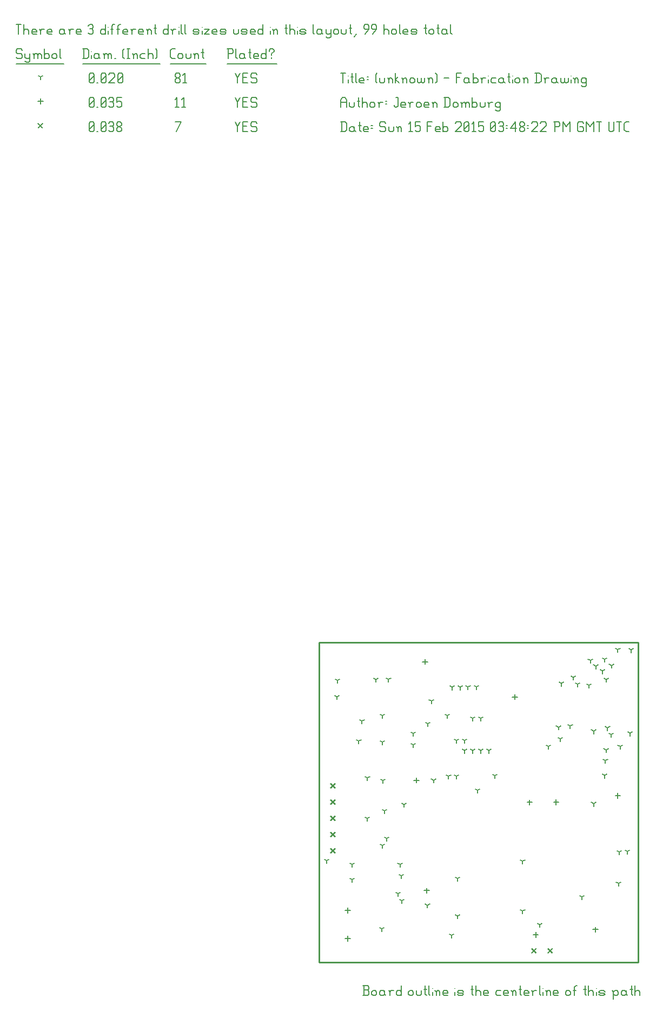
<source format=gbr>
G04 start of page 10 for group -3984 idx -3984 *
G04 Title: (unknown), fab *
G04 Creator: pcb 20140316 *
G04 CreationDate: Sun 15 Feb 2015 03:48:22 PM GMT UTC *
G04 For: jeroen *
G04 Format: Gerber/RS-274X *
G04 PCB-Dimensions (mil): 6000.00 5000.00 *
G04 PCB-Coordinate-Origin: lower left *
%MOIN*%
%FSLAX25Y25*%
%LNFAB*%
%ADD90C,0.0100*%
%ADD89C,0.0075*%
%ADD88C,0.0060*%
%ADD87C,0.0001*%
G54D87*G36*
X317934Y19876D02*X320900Y16910D01*
X320334Y16345D01*
X317368Y19310D01*
X317934Y19876D01*
G37*
G36*
X317368Y16910D02*X320334Y19876D01*
X320900Y19310D01*
X317934Y16345D01*
X317368Y16910D01*
G37*
G36*
X327934Y19876D02*X330900Y16910D01*
X330334Y16345D01*
X327368Y19310D01*
X327934Y19876D01*
G37*
G36*
X327368Y16910D02*X330334Y19876D01*
X330900Y19310D01*
X327934Y16345D01*
X327368Y16910D01*
G37*
G36*
X194076Y81451D02*X197041Y78485D01*
X196476Y77919D01*
X193510Y80885D01*
X194076Y81451D01*
G37*
G36*
X193510Y78485D02*X196476Y81451D01*
X197041Y80885D01*
X194076Y77919D01*
X193510Y78485D01*
G37*
G36*
X194076Y91451D02*X197041Y88485D01*
X196476Y87919D01*
X193510Y90885D01*
X194076Y91451D01*
G37*
G36*
X193510Y88485D02*X196476Y91451D01*
X197041Y90885D01*
X194076Y87919D01*
X193510Y88485D01*
G37*
G36*
X194076Y101451D02*X197041Y98485D01*
X196476Y97919D01*
X193510Y100885D01*
X194076Y101451D01*
G37*
G36*
X193510Y98485D02*X196476Y101451D01*
X197041Y100885D01*
X194076Y97919D01*
X193510Y98485D01*
G37*
G36*
X194076Y111451D02*X197041Y108485D01*
X196476Y107919D01*
X193510Y110885D01*
X194076Y111451D01*
G37*
G36*
X193510Y108485D02*X196476Y111451D01*
X197041Y110885D01*
X194076Y107919D01*
X193510Y108485D01*
G37*
G36*
X194076Y121451D02*X197041Y118485D01*
X196476Y117919D01*
X193510Y120885D01*
X194076Y121451D01*
G37*
G36*
X193510Y118485D02*X196476Y121451D01*
X197041Y120885D01*
X194076Y117919D01*
X193510Y118485D01*
G37*
G36*
X13800Y528016D02*X16766Y525050D01*
X16200Y524484D01*
X13234Y527450D01*
X13800Y528016D01*
G37*
G36*
X13234Y525050D02*X16200Y528016D01*
X16766Y527450D01*
X13800Y524484D01*
X13234Y525050D01*
G37*
G54D88*X135000Y528500D02*X136500Y525500D01*
X138000Y528500D01*
X136500Y525500D02*Y522500D01*
X139800Y525800D02*X142050D01*
X139800Y522500D02*X142800D01*
X139800Y528500D02*Y522500D01*
Y528500D02*X142800D01*
X147600D02*X148350Y527750D01*
X145350Y528500D02*X147600D01*
X144600Y527750D02*X145350Y528500D01*
X144600Y527750D02*Y526250D01*
X145350Y525500D01*
X147600D01*
X148350Y524750D01*
Y523250D01*
X147600Y522500D02*X148350Y523250D01*
X145350Y522500D02*X147600D01*
X144600Y523250D02*X145350Y522500D01*
X98750D02*X101750Y528500D01*
X98000D02*X101750D01*
X45000Y523250D02*X45750Y522500D01*
X45000Y527750D02*Y523250D01*
Y527750D02*X45750Y528500D01*
X47250D01*
X48000Y527750D01*
Y523250D01*
X47250Y522500D02*X48000Y523250D01*
X45750Y522500D02*X47250D01*
X45000Y524000D02*X48000Y527000D01*
X49800Y522500D02*X50550D01*
X52350Y523250D02*X53100Y522500D01*
X52350Y527750D02*Y523250D01*
Y527750D02*X53100Y528500D01*
X54600D01*
X55350Y527750D01*
Y523250D01*
X54600Y522500D02*X55350Y523250D01*
X53100Y522500D02*X54600D01*
X52350Y524000D02*X55350Y527000D01*
X57150Y527750D02*X57900Y528500D01*
X59400D01*
X60150Y527750D01*
X59400Y522500D02*X60150Y523250D01*
X57900Y522500D02*X59400D01*
X57150Y523250D02*X57900Y522500D01*
Y525800D02*X59400D01*
X60150Y527750D02*Y526550D01*
Y525050D02*Y523250D01*
Y525050D02*X59400Y525800D01*
X60150Y526550D02*X59400Y525800D01*
X61950Y523250D02*X62700Y522500D01*
X61950Y524450D02*Y523250D01*
Y524450D02*X63000Y525500D01*
X63900D01*
X64950Y524450D01*
Y523250D01*
X64200Y522500D02*X64950Y523250D01*
X62700Y522500D02*X64200D01*
X61950Y526550D02*X63000Y525500D01*
X61950Y527750D02*Y526550D01*
Y527750D02*X62700Y528500D01*
X64200D01*
X64950Y527750D01*
Y526550D01*
X63900Y525500D02*X64950Y526550D01*
X320276Y29553D02*Y26353D01*
X318676Y27953D02*X321876D01*
X253150Y56718D02*Y53518D01*
X251550Y55118D02*X254750D01*
X357087Y32702D02*Y29502D01*
X355487Y31102D02*X358687D01*
X370866Y115183D02*Y111983D01*
X369266Y113583D02*X372466D01*
X307480Y176009D02*Y172809D01*
X305880Y174409D02*X309080D01*
X246654Y124631D02*Y121431D01*
X245054Y123031D02*X248254D01*
X316535Y111049D02*Y107849D01*
X314935Y109449D02*X318135D01*
X332874Y111246D02*Y108046D01*
X331274Y109646D02*X334474D01*
X252165Y197663D02*Y194463D01*
X250565Y196063D02*X253765D01*
X204331Y27191D02*Y23991D01*
X202731Y25591D02*X205931D01*
X204331Y44513D02*Y41313D01*
X202731Y42913D02*X205931D01*
X15000Y542850D02*Y539650D01*
X13400Y541250D02*X16600D01*
X135000Y543500D02*X136500Y540500D01*
X138000Y543500D01*
X136500Y540500D02*Y537500D01*
X139800Y540800D02*X142050D01*
X139800Y537500D02*X142800D01*
X139800Y543500D02*Y537500D01*
Y543500D02*X142800D01*
X147600D02*X148350Y542750D01*
X145350Y543500D02*X147600D01*
X144600Y542750D02*X145350Y543500D01*
X144600Y542750D02*Y541250D01*
X145350Y540500D01*
X147600D01*
X148350Y539750D01*
Y538250D01*
X147600Y537500D02*X148350Y538250D01*
X145350Y537500D02*X147600D01*
X144600Y538250D02*X145350Y537500D01*
X98000Y542300D02*X99200Y543500D01*
Y537500D01*
X98000D02*X100250D01*
X102050Y542300D02*X103250Y543500D01*
Y537500D01*
X102050D02*X104300D01*
X45000Y538250D02*X45750Y537500D01*
X45000Y542750D02*Y538250D01*
Y542750D02*X45750Y543500D01*
X47250D01*
X48000Y542750D01*
Y538250D01*
X47250Y537500D02*X48000Y538250D01*
X45750Y537500D02*X47250D01*
X45000Y539000D02*X48000Y542000D01*
X49800Y537500D02*X50550D01*
X52350Y538250D02*X53100Y537500D01*
X52350Y542750D02*Y538250D01*
Y542750D02*X53100Y543500D01*
X54600D01*
X55350Y542750D01*
Y538250D01*
X54600Y537500D02*X55350Y538250D01*
X53100Y537500D02*X54600D01*
X52350Y539000D02*X55350Y542000D01*
X57150Y542750D02*X57900Y543500D01*
X59400D01*
X60150Y542750D01*
X59400Y537500D02*X60150Y538250D01*
X57900Y537500D02*X59400D01*
X57150Y538250D02*X57900Y537500D01*
Y540800D02*X59400D01*
X60150Y542750D02*Y541550D01*
Y540050D02*Y538250D01*
Y540050D02*X59400Y540800D01*
X60150Y541550D02*X59400Y540800D01*
X61950Y543500D02*X64950D01*
X61950D02*Y540500D01*
X62700Y541250D01*
X64200D01*
X64950Y540500D01*
Y538250D01*
X64200Y537500D02*X64950Y538250D01*
X62700Y537500D02*X64200D01*
X61950Y538250D02*X62700Y537500D01*
X322638Y34055D02*Y32455D01*
Y34055D02*X324024Y34855D01*
X322638Y34055D02*X321251Y34855D01*
X348819Y51181D02*Y49581D01*
Y51181D02*X350206Y51981D01*
X348819Y51181D02*X347432Y51981D01*
X236614Y71260D02*Y69660D01*
Y71260D02*X238001Y72060D01*
X236614Y71260D02*X235228Y72060D01*
X235433Y53150D02*Y51550D01*
Y53150D02*X236820Y53950D01*
X235433Y53150D02*X234046Y53950D01*
X371260Y59449D02*Y57849D01*
Y59449D02*X372647Y60249D01*
X371260Y59449D02*X369873Y60249D01*
X237402Y64173D02*Y62573D01*
Y64173D02*X238788Y64973D01*
X237402Y64173D02*X236015Y64973D01*
X312205Y73228D02*Y71628D01*
Y73228D02*X313591Y74028D01*
X312205Y73228D02*X310818Y74028D01*
X312205Y42520D02*Y40920D01*
Y42520D02*X313591Y43320D01*
X312205Y42520D02*X310818Y43320D01*
X379134Y203346D02*Y201746D01*
Y203346D02*X380521Y204146D01*
X379134Y203346D02*X377747Y204146D01*
X363583Y141732D02*Y140132D01*
Y141732D02*X364969Y142532D01*
X363583Y141732D02*X362196Y142532D01*
X363780Y185039D02*Y183439D01*
Y185039D02*X365166Y185839D01*
X363780Y185039D02*X362393Y185839D01*
X357283Y193307D02*Y191707D01*
Y193307D02*X358670Y194107D01*
X357283Y193307D02*X355897Y194107D01*
X281299Y141339D02*Y139739D01*
Y141339D02*X282686Y142139D01*
X281299Y141339D02*X279913Y142139D01*
X286417Y141339D02*Y139739D01*
Y141339D02*X287804Y142139D01*
X286417Y141339D02*X285031Y142139D01*
X291339Y141339D02*Y139739D01*
Y141339D02*X292725Y142139D01*
X291339Y141339D02*X289952Y142139D01*
X276378Y147441D02*Y145841D01*
Y147441D02*X277765Y148241D01*
X276378Y147441D02*X274991Y148241D01*
X271457Y147441D02*Y145841D01*
Y147441D02*X272843Y148241D01*
X271457Y147441D02*X270070Y148241D01*
X361417Y190354D02*Y188754D01*
Y190354D02*X362804Y191154D01*
X361417Y190354D02*X360031Y191154D01*
X276378Y141339D02*Y139739D01*
Y141339D02*X277765Y142139D01*
X276378Y141339D02*X274991Y142139D01*
X372244Y143898D02*Y142298D01*
Y143898D02*X373631Y144698D01*
X372244Y143898D02*X370857Y144698D01*
X363189Y135236D02*Y133636D01*
Y135236D02*X364576Y136036D01*
X363189Y135236D02*X361802Y136036D01*
X281496Y161220D02*Y159620D01*
Y161220D02*X282883Y162020D01*
X281496Y161220D02*X280109Y162020D01*
X286417Y161220D02*Y159620D01*
Y161220D02*X287804Y162020D01*
X286417Y161220D02*X285031Y162020D01*
X371654Y78937D02*Y77337D01*
Y78937D02*X373040Y79737D01*
X371654Y78937D02*X370267Y79737D01*
X376772Y79134D02*Y77534D01*
Y79134D02*X378158Y79934D01*
X376772Y79134D02*X375385Y79934D01*
X355906Y108661D02*Y107061D01*
Y108661D02*X357292Y109461D01*
X355906Y108661D02*X354519Y109461D01*
X366732Y151181D02*Y149581D01*
Y151181D02*X368119Y151981D01*
X366732Y151181D02*X365346Y151981D01*
X364567Y155315D02*Y153715D01*
Y155315D02*X365954Y156115D01*
X364567Y155315D02*X363180Y156115D01*
X353150Y181496D02*Y179896D01*
Y181496D02*X354536Y182296D01*
X353150Y181496D02*X351763Y182296D01*
X355906Y153346D02*Y151746D01*
Y153346D02*X357292Y154146D01*
X355906Y153346D02*X354519Y154146D01*
X346063Y182283D02*Y180683D01*
Y182283D02*X347450Y183083D01*
X346063Y182283D02*X344676Y183083D01*
X343504Y186417D02*Y184817D01*
Y186417D02*X344891Y187217D01*
X343504Y186417D02*X342117Y187217D01*
X341535Y156496D02*Y154896D01*
Y156496D02*X342922Y157296D01*
X341535Y156496D02*X340149Y157296D01*
X334252Y155709D02*Y154109D01*
Y155709D02*X335639Y156509D01*
X334252Y155709D02*X332865Y156509D01*
X336024Y182677D02*Y181077D01*
Y182677D02*X337410Y183477D01*
X336024Y182677D02*X334637Y183477D01*
X273819Y180315D02*Y178715D01*
Y180315D02*X275206Y181115D01*
X273819Y180315D02*X272432Y181115D01*
X268701Y180315D02*Y178715D01*
Y180315D02*X270087Y181115D01*
X268701Y180315D02*X267314Y181115D01*
X271457Y125591D02*Y123991D01*
Y125591D02*X272843Y126391D01*
X271457Y125591D02*X270070Y126391D01*
X266535Y125591D02*Y123991D01*
Y125591D02*X267922Y126391D01*
X266535Y125591D02*X265149Y126391D01*
X328150Y143898D02*Y142298D01*
Y143898D02*X329536Y144698D01*
X328150Y143898D02*X326763Y144698D01*
X255906Y171850D02*Y170250D01*
Y171850D02*X257292Y172650D01*
X255906Y171850D02*X254519Y172650D01*
X257283Y123031D02*Y121431D01*
Y123031D02*X258670Y123831D01*
X257283Y123031D02*X255897Y123831D01*
X295079Y125787D02*Y124187D01*
Y125787D02*X296465Y126587D01*
X295079Y125787D02*X293692Y126587D01*
X278543Y180512D02*Y178912D01*
Y180512D02*X279930Y181312D01*
X278543Y180512D02*X277157Y181312D01*
X283661Y180512D02*Y178912D01*
Y180512D02*X285048Y181312D01*
X283661Y180512D02*X282275Y181312D01*
X362795Y125984D02*Y124384D01*
Y125984D02*X364182Y126784D01*
X362795Y125984D02*X361409Y126784D01*
X284449Y116929D02*Y115329D01*
Y116929D02*X285835Y117729D01*
X284449Y116929D02*X283062Y117729D01*
X197638Y174409D02*Y172809D01*
Y174409D02*X199024Y175209D01*
X197638Y174409D02*X196251Y175209D01*
X198031Y184449D02*Y182849D01*
Y184449D02*X199418Y185249D01*
X198031Y184449D02*X196645Y185249D01*
X226181Y122835D02*Y121235D01*
Y122835D02*X227568Y123635D01*
X226181Y122835D02*X224794Y123635D01*
X216339Y99606D02*Y98006D01*
Y99606D02*X217725Y100406D01*
X216339Y99606D02*X214952Y100406D01*
X221654Y185039D02*Y183439D01*
Y185039D02*X223040Y185839D01*
X221654Y185039D02*X220267Y185839D01*
X229528Y185236D02*Y183636D01*
Y185236D02*X230914Y186036D01*
X229528Y185236D02*X228141Y186036D01*
X272047Y39370D02*Y37770D01*
Y39370D02*X273434Y40170D01*
X272047Y39370D02*X270661Y40170D01*
X244685Y144882D02*Y143282D01*
Y144882D02*X246072Y145682D01*
X244685Y144882D02*X243298Y145682D01*
X244685Y151772D02*Y150172D01*
Y151772D02*X246072Y152572D01*
X244685Y151772D02*X243298Y152572D01*
X225787Y146457D02*Y144857D01*
Y146457D02*X227174Y147257D01*
X225787Y146457D02*X224401Y147257D01*
X225787Y162795D02*Y161195D01*
Y162795D02*X227174Y163595D01*
X225787Y162795D02*X224401Y163595D01*
X253740Y157874D02*Y156274D01*
Y157874D02*X255127Y158674D01*
X253740Y157874D02*X252353Y158674D01*
X265748Y162795D02*Y161195D01*
Y162795D02*X267135Y163595D01*
X265748Y162795D02*X264361Y163595D01*
X211220Y147244D02*Y145644D01*
Y147244D02*X212607Y148044D01*
X211220Y147244D02*X209834Y148044D01*
X213189Y159449D02*Y157849D01*
Y159449D02*X214576Y160249D01*
X213189Y159449D02*X211802Y160249D01*
X216535Y124606D02*Y123006D01*
Y124606D02*X217922Y125406D01*
X216535Y124606D02*X215149Y125406D01*
X370866Y203543D02*Y201943D01*
Y203543D02*X372253Y204343D01*
X370866Y203543D02*X369479Y204343D01*
X378346Y151969D02*Y150369D01*
Y151969D02*X379733Y152769D01*
X378346Y151969D02*X376960Y152769D01*
X191339Y73622D02*Y72022D01*
Y73622D02*X192725Y74422D01*
X191339Y73622D02*X189952Y74422D01*
X225394Y31496D02*Y29896D01*
Y31496D02*X226780Y32296D01*
X225394Y31496D02*X224007Y32296D01*
X268504Y27559D02*Y25959D01*
Y27559D02*X269891Y28359D01*
X268504Y27559D02*X267117Y28359D01*
X253543Y46063D02*Y44463D01*
Y46063D02*X254930Y46863D01*
X253543Y46063D02*X252157Y46863D01*
X237795Y48819D02*Y47219D01*
Y48819D02*X239182Y49619D01*
X237795Y48819D02*X236409Y49619D01*
X353937Y196850D02*Y195250D01*
Y196850D02*X355324Y197650D01*
X353937Y196850D02*X352550Y197650D01*
X335433Y148622D02*Y147022D01*
Y148622D02*X336820Y149422D01*
X335433Y148622D02*X334046Y149422D01*
X366929Y193701D02*Y192101D01*
Y193701D02*X368316Y194501D01*
X366929Y193701D02*X365542Y194501D01*
X362795Y197441D02*Y195841D01*
Y197441D02*X364182Y198241D01*
X362795Y197441D02*X361409Y198241D01*
X272047Y62598D02*Y60998D01*
Y62598D02*X273434Y63398D01*
X272047Y62598D02*X270661Y63398D01*
X238976Y108071D02*Y106471D01*
Y108071D02*X240363Y108871D01*
X238976Y108071D02*X237590Y108871D01*
X225787Y82874D02*Y81274D01*
Y82874D02*X227174Y83674D01*
X225787Y82874D02*X224401Y83674D01*
X207087Y71260D02*Y69660D01*
Y71260D02*X208473Y72060D01*
X207087Y71260D02*X205700Y72060D01*
X207087Y61811D02*Y60211D01*
Y61811D02*X208473Y62611D01*
X207087Y61811D02*X205700Y62611D01*
X228346Y87205D02*Y85605D01*
Y87205D02*X229733Y88005D01*
X228346Y87205D02*X226960Y88005D01*
X226969Y104134D02*Y102534D01*
Y104134D02*X228355Y104934D01*
X226969Y104134D02*X225582Y104934D01*
X15000Y556250D02*Y554650D01*
Y556250D02*X16387Y557050D01*
X15000Y556250D02*X13613Y557050D01*
X135000Y558500D02*X136500Y555500D01*
X138000Y558500D01*
X136500Y555500D02*Y552500D01*
X139800Y555800D02*X142050D01*
X139800Y552500D02*X142800D01*
X139800Y558500D02*Y552500D01*
Y558500D02*X142800D01*
X147600D02*X148350Y557750D01*
X145350Y558500D02*X147600D01*
X144600Y557750D02*X145350Y558500D01*
X144600Y557750D02*Y556250D01*
X145350Y555500D01*
X147600D01*
X148350Y554750D01*
Y553250D01*
X147600Y552500D02*X148350Y553250D01*
X145350Y552500D02*X147600D01*
X144600Y553250D02*X145350Y552500D01*
X98000Y553250D02*X98750Y552500D01*
X98000Y554450D02*Y553250D01*
Y554450D02*X99050Y555500D01*
X99950D01*
X101000Y554450D01*
Y553250D01*
X100250Y552500D02*X101000Y553250D01*
X98750Y552500D02*X100250D01*
X98000Y556550D02*X99050Y555500D01*
X98000Y557750D02*Y556550D01*
Y557750D02*X98750Y558500D01*
X100250D01*
X101000Y557750D01*
Y556550D01*
X99950Y555500D02*X101000Y556550D01*
X102800Y557300D02*X104000Y558500D01*
Y552500D01*
X102800D02*X105050D01*
X45000Y553250D02*X45750Y552500D01*
X45000Y557750D02*Y553250D01*
Y557750D02*X45750Y558500D01*
X47250D01*
X48000Y557750D01*
Y553250D01*
X47250Y552500D02*X48000Y553250D01*
X45750Y552500D02*X47250D01*
X45000Y554000D02*X48000Y557000D01*
X49800Y552500D02*X50550D01*
X52350Y553250D02*X53100Y552500D01*
X52350Y557750D02*Y553250D01*
Y557750D02*X53100Y558500D01*
X54600D01*
X55350Y557750D01*
Y553250D01*
X54600Y552500D02*X55350Y553250D01*
X53100Y552500D02*X54600D01*
X52350Y554000D02*X55350Y557000D01*
X57150Y557750D02*X57900Y558500D01*
X60150D01*
X60900Y557750D01*
Y556250D01*
X57150Y552500D02*X60900Y556250D01*
X57150Y552500D02*X60900D01*
X62700Y553250D02*X63450Y552500D01*
X62700Y557750D02*Y553250D01*
Y557750D02*X63450Y558500D01*
X64950D01*
X65700Y557750D01*
Y553250D01*
X64950Y552500D02*X65700Y553250D01*
X63450Y552500D02*X64950D01*
X62700Y554000D02*X65700Y557000D01*
X3000Y573500D02*X3750Y572750D01*
X750Y573500D02*X3000D01*
X0Y572750D02*X750Y573500D01*
X0Y572750D02*Y571250D01*
X750Y570500D01*
X3000D01*
X3750Y569750D01*
Y568250D01*
X3000Y567500D02*X3750Y568250D01*
X750Y567500D02*X3000D01*
X0Y568250D02*X750Y567500D01*
X5550Y570500D02*Y568250D01*
X6300Y567500D01*
X8550Y570500D02*Y566000D01*
X7800Y565250D02*X8550Y566000D01*
X6300Y565250D02*X7800D01*
X5550Y566000D02*X6300Y565250D01*
Y567500D02*X7800D01*
X8550Y568250D01*
X11100Y569750D02*Y567500D01*
Y569750D02*X11850Y570500D01*
X12600D01*
X13350Y569750D01*
Y567500D01*
Y569750D02*X14100Y570500D01*
X14850D01*
X15600Y569750D01*
Y567500D01*
X10350Y570500D02*X11100Y569750D01*
X17400Y573500D02*Y567500D01*
Y568250D02*X18150Y567500D01*
X19650D01*
X20400Y568250D01*
Y569750D02*Y568250D01*
X19650Y570500D02*X20400Y569750D01*
X18150Y570500D02*X19650D01*
X17400Y569750D02*X18150Y570500D01*
X22200Y569750D02*Y568250D01*
Y569750D02*X22950Y570500D01*
X24450D01*
X25200Y569750D01*
Y568250D01*
X24450Y567500D02*X25200Y568250D01*
X22950Y567500D02*X24450D01*
X22200Y568250D02*X22950Y567500D01*
X27000Y573500D02*Y568250D01*
X27750Y567500D01*
X0Y564250D02*X29250D01*
X41750Y573500D02*Y567500D01*
X43700Y573500D02*X44750Y572450D01*
Y568550D01*
X43700Y567500D02*X44750Y568550D01*
X41000Y567500D02*X43700D01*
X41000Y573500D02*X43700D01*
G54D89*X46550Y572000D02*Y571850D01*
G54D88*Y569750D02*Y567500D01*
X50300Y570500D02*X51050Y569750D01*
X48800Y570500D02*X50300D01*
X48050Y569750D02*X48800Y570500D01*
X48050Y569750D02*Y568250D01*
X48800Y567500D01*
X51050Y570500D02*Y568250D01*
X51800Y567500D01*
X48800D02*X50300D01*
X51050Y568250D01*
X54350Y569750D02*Y567500D01*
Y569750D02*X55100Y570500D01*
X55850D01*
X56600Y569750D01*
Y567500D01*
Y569750D02*X57350Y570500D01*
X58100D01*
X58850Y569750D01*
Y567500D01*
X53600Y570500D02*X54350Y569750D01*
X60650Y567500D02*X61400D01*
X65900Y568250D02*X66650Y567500D01*
X65900Y572750D02*X66650Y573500D01*
X65900Y572750D02*Y568250D01*
X68450Y573500D02*X69950D01*
X69200D02*Y567500D01*
X68450D02*X69950D01*
X72500Y569750D02*Y567500D01*
Y569750D02*X73250Y570500D01*
X74000D01*
X74750Y569750D01*
Y567500D01*
X71750Y570500D02*X72500Y569750D01*
X77300Y570500D02*X79550D01*
X76550Y569750D02*X77300Y570500D01*
X76550Y569750D02*Y568250D01*
X77300Y567500D01*
X79550D01*
X81350Y573500D02*Y567500D01*
Y569750D02*X82100Y570500D01*
X83600D01*
X84350Y569750D01*
Y567500D01*
X86150Y573500D02*X86900Y572750D01*
Y568250D01*
X86150Y567500D02*X86900Y568250D01*
X41000Y564250D02*X88700D01*
X96050Y567500D02*X98000D01*
X95000Y568550D02*X96050Y567500D01*
X95000Y572450D02*Y568550D01*
Y572450D02*X96050Y573500D01*
X98000D01*
X99800Y569750D02*Y568250D01*
Y569750D02*X100550Y570500D01*
X102050D01*
X102800Y569750D01*
Y568250D01*
X102050Y567500D02*X102800Y568250D01*
X100550Y567500D02*X102050D01*
X99800Y568250D02*X100550Y567500D01*
X104600Y570500D02*Y568250D01*
X105350Y567500D01*
X106850D01*
X107600Y568250D01*
Y570500D02*Y568250D01*
X110150Y569750D02*Y567500D01*
Y569750D02*X110900Y570500D01*
X111650D01*
X112400Y569750D01*
Y567500D01*
X109400Y570500D02*X110150Y569750D01*
X114950Y573500D02*Y568250D01*
X115700Y567500D01*
X114200Y571250D02*X115700D01*
X95000Y564250D02*X117200D01*
X130750Y573500D02*Y567500D01*
X130000Y573500D02*X133000D01*
X133750Y572750D01*
Y571250D01*
X133000Y570500D02*X133750Y571250D01*
X130750Y570500D02*X133000D01*
X135550Y573500D02*Y568250D01*
X136300Y567500D01*
X140050Y570500D02*X140800Y569750D01*
X138550Y570500D02*X140050D01*
X137800Y569750D02*X138550Y570500D01*
X137800Y569750D02*Y568250D01*
X138550Y567500D01*
X140800Y570500D02*Y568250D01*
X141550Y567500D01*
X138550D02*X140050D01*
X140800Y568250D01*
X144100Y573500D02*Y568250D01*
X144850Y567500D01*
X143350Y571250D02*X144850D01*
X147100Y567500D02*X149350D01*
X146350Y568250D02*X147100Y567500D01*
X146350Y569750D02*Y568250D01*
Y569750D02*X147100Y570500D01*
X148600D01*
X149350Y569750D01*
X146350Y569000D02*X149350D01*
Y569750D02*Y569000D01*
X154150Y573500D02*Y567500D01*
X153400D02*X154150Y568250D01*
X151900Y567500D02*X153400D01*
X151150Y568250D02*X151900Y567500D01*
X151150Y569750D02*Y568250D01*
Y569750D02*X151900Y570500D01*
X153400D01*
X154150Y569750D01*
X157450Y570500D02*Y569750D01*
Y568250D02*Y567500D01*
X155950Y572750D02*Y572000D01*
Y572750D02*X156700Y573500D01*
X158200D01*
X158950Y572750D01*
Y572000D01*
X157450Y570500D02*X158950Y572000D01*
X130000Y564250D02*X160750D01*
X0Y588500D02*X3000D01*
X1500D02*Y582500D01*
X4800Y588500D02*Y582500D01*
Y584750D02*X5550Y585500D01*
X7050D01*
X7800Y584750D01*
Y582500D01*
X10350D02*X12600D01*
X9600Y583250D02*X10350Y582500D01*
X9600Y584750D02*Y583250D01*
Y584750D02*X10350Y585500D01*
X11850D01*
X12600Y584750D01*
X9600Y584000D02*X12600D01*
Y584750D02*Y584000D01*
X15150Y584750D02*Y582500D01*
Y584750D02*X15900Y585500D01*
X17400D01*
X14400D02*X15150Y584750D01*
X19950Y582500D02*X22200D01*
X19200Y583250D02*X19950Y582500D01*
X19200Y584750D02*Y583250D01*
Y584750D02*X19950Y585500D01*
X21450D01*
X22200Y584750D01*
X19200Y584000D02*X22200D01*
Y584750D02*Y584000D01*
X28950Y585500D02*X29700Y584750D01*
X27450Y585500D02*X28950D01*
X26700Y584750D02*X27450Y585500D01*
X26700Y584750D02*Y583250D01*
X27450Y582500D01*
X29700Y585500D02*Y583250D01*
X30450Y582500D01*
X27450D02*X28950D01*
X29700Y583250D01*
X33000Y584750D02*Y582500D01*
Y584750D02*X33750Y585500D01*
X35250D01*
X32250D02*X33000Y584750D01*
X37800Y582500D02*X40050D01*
X37050Y583250D02*X37800Y582500D01*
X37050Y584750D02*Y583250D01*
Y584750D02*X37800Y585500D01*
X39300D01*
X40050Y584750D01*
X37050Y584000D02*X40050D01*
Y584750D02*Y584000D01*
X44550Y587750D02*X45300Y588500D01*
X46800D01*
X47550Y587750D01*
X46800Y582500D02*X47550Y583250D01*
X45300Y582500D02*X46800D01*
X44550Y583250D02*X45300Y582500D01*
Y585800D02*X46800D01*
X47550Y587750D02*Y586550D01*
Y585050D02*Y583250D01*
Y585050D02*X46800Y585800D01*
X47550Y586550D02*X46800Y585800D01*
X55050Y588500D02*Y582500D01*
X54300D02*X55050Y583250D01*
X52800Y582500D02*X54300D01*
X52050Y583250D02*X52800Y582500D01*
X52050Y584750D02*Y583250D01*
Y584750D02*X52800Y585500D01*
X54300D01*
X55050Y584750D01*
G54D89*X56850Y587000D02*Y586850D01*
G54D88*Y584750D02*Y582500D01*
X59100Y587750D02*Y582500D01*
Y587750D02*X59850Y588500D01*
X60600D01*
X58350Y585500D02*X59850D01*
X62850Y587750D02*Y582500D01*
Y587750D02*X63600Y588500D01*
X64350D01*
X62100Y585500D02*X63600D01*
X66600Y582500D02*X68850D01*
X65850Y583250D02*X66600Y582500D01*
X65850Y584750D02*Y583250D01*
Y584750D02*X66600Y585500D01*
X68100D01*
X68850Y584750D01*
X65850Y584000D02*X68850D01*
Y584750D02*Y584000D01*
X71400Y584750D02*Y582500D01*
Y584750D02*X72150Y585500D01*
X73650D01*
X70650D02*X71400Y584750D01*
X76200Y582500D02*X78450D01*
X75450Y583250D02*X76200Y582500D01*
X75450Y584750D02*Y583250D01*
Y584750D02*X76200Y585500D01*
X77700D01*
X78450Y584750D01*
X75450Y584000D02*X78450D01*
Y584750D02*Y584000D01*
X81000Y584750D02*Y582500D01*
Y584750D02*X81750Y585500D01*
X82500D01*
X83250Y584750D01*
Y582500D01*
X80250Y585500D02*X81000Y584750D01*
X85800Y588500D02*Y583250D01*
X86550Y582500D01*
X85050Y586250D02*X86550D01*
X93750Y588500D02*Y582500D01*
X93000D02*X93750Y583250D01*
X91500Y582500D02*X93000D01*
X90750Y583250D02*X91500Y582500D01*
X90750Y584750D02*Y583250D01*
Y584750D02*X91500Y585500D01*
X93000D01*
X93750Y584750D01*
X96300D02*Y582500D01*
Y584750D02*X97050Y585500D01*
X98550D01*
X95550D02*X96300Y584750D01*
G54D89*X100350Y587000D02*Y586850D01*
G54D88*Y584750D02*Y582500D01*
X101850Y588500D02*Y583250D01*
X102600Y582500D01*
X104100Y588500D02*Y583250D01*
X104850Y582500D01*
X109800D02*X112050D01*
X112800Y583250D01*
X112050Y584000D02*X112800Y583250D01*
X109800Y584000D02*X112050D01*
X109050Y584750D02*X109800Y584000D01*
X109050Y584750D02*X109800Y585500D01*
X112050D01*
X112800Y584750D01*
X109050Y583250D02*X109800Y582500D01*
G54D89*X114600Y587000D02*Y586850D01*
G54D88*Y584750D02*Y582500D01*
X116100Y585500D02*X119100D01*
X116100Y582500D02*X119100Y585500D01*
X116100Y582500D02*X119100D01*
X121650D02*X123900D01*
X120900Y583250D02*X121650Y582500D01*
X120900Y584750D02*Y583250D01*
Y584750D02*X121650Y585500D01*
X123150D01*
X123900Y584750D01*
X120900Y584000D02*X123900D01*
Y584750D02*Y584000D01*
X126450Y582500D02*X128700D01*
X129450Y583250D01*
X128700Y584000D02*X129450Y583250D01*
X126450Y584000D02*X128700D01*
X125700Y584750D02*X126450Y584000D01*
X125700Y584750D02*X126450Y585500D01*
X128700D01*
X129450Y584750D01*
X125700Y583250D02*X126450Y582500D01*
X133950Y585500D02*Y583250D01*
X134700Y582500D01*
X136200D01*
X136950Y583250D01*
Y585500D02*Y583250D01*
X139500Y582500D02*X141750D01*
X142500Y583250D01*
X141750Y584000D02*X142500Y583250D01*
X139500Y584000D02*X141750D01*
X138750Y584750D02*X139500Y584000D01*
X138750Y584750D02*X139500Y585500D01*
X141750D01*
X142500Y584750D01*
X138750Y583250D02*X139500Y582500D01*
X145050D02*X147300D01*
X144300Y583250D02*X145050Y582500D01*
X144300Y584750D02*Y583250D01*
Y584750D02*X145050Y585500D01*
X146550D01*
X147300Y584750D01*
X144300Y584000D02*X147300D01*
Y584750D02*Y584000D01*
X152100Y588500D02*Y582500D01*
X151350D02*X152100Y583250D01*
X149850Y582500D02*X151350D01*
X149100Y583250D02*X149850Y582500D01*
X149100Y584750D02*Y583250D01*
Y584750D02*X149850Y585500D01*
X151350D01*
X152100Y584750D01*
G54D89*X156600Y587000D02*Y586850D01*
G54D88*Y584750D02*Y582500D01*
X158850Y584750D02*Y582500D01*
Y584750D02*X159600Y585500D01*
X160350D01*
X161100Y584750D01*
Y582500D01*
X158100Y585500D02*X158850Y584750D01*
X166350Y588500D02*Y583250D01*
X167100Y582500D01*
X165600Y586250D02*X167100D01*
X168600Y588500D02*Y582500D01*
Y584750D02*X169350Y585500D01*
X170850D01*
X171600Y584750D01*
Y582500D01*
G54D89*X173400Y587000D02*Y586850D01*
G54D88*Y584750D02*Y582500D01*
X175650D02*X177900D01*
X178650Y583250D01*
X177900Y584000D02*X178650Y583250D01*
X175650Y584000D02*X177900D01*
X174900Y584750D02*X175650Y584000D01*
X174900Y584750D02*X175650Y585500D01*
X177900D01*
X178650Y584750D01*
X174900Y583250D02*X175650Y582500D01*
X183150Y588500D02*Y583250D01*
X183900Y582500D01*
X187650Y585500D02*X188400Y584750D01*
X186150Y585500D02*X187650D01*
X185400Y584750D02*X186150Y585500D01*
X185400Y584750D02*Y583250D01*
X186150Y582500D01*
X188400Y585500D02*Y583250D01*
X189150Y582500D01*
X186150D02*X187650D01*
X188400Y583250D01*
X190950Y585500D02*Y583250D01*
X191700Y582500D01*
X193950Y585500D02*Y581000D01*
X193200Y580250D02*X193950Y581000D01*
X191700Y580250D02*X193200D01*
X190950Y581000D02*X191700Y580250D01*
Y582500D02*X193200D01*
X193950Y583250D01*
X195750Y584750D02*Y583250D01*
Y584750D02*X196500Y585500D01*
X198000D01*
X198750Y584750D01*
Y583250D01*
X198000Y582500D02*X198750Y583250D01*
X196500Y582500D02*X198000D01*
X195750Y583250D02*X196500Y582500D01*
X200550Y585500D02*Y583250D01*
X201300Y582500D01*
X202800D01*
X203550Y583250D01*
Y585500D02*Y583250D01*
X206100Y588500D02*Y583250D01*
X206850Y582500D01*
X205350Y586250D02*X206850D01*
X208350Y581000D02*X209850Y582500D01*
X215100D02*X217350Y585500D01*
Y587750D02*Y585500D01*
X216600Y588500D02*X217350Y587750D01*
X215100Y588500D02*X216600D01*
X214350Y587750D02*X215100Y588500D01*
X214350Y587750D02*Y586250D01*
X215100Y585500D01*
X217350D01*
X219900Y582500D02*X222150Y585500D01*
Y587750D02*Y585500D01*
X221400Y588500D02*X222150Y587750D01*
X219900Y588500D02*X221400D01*
X219150Y587750D02*X219900Y588500D01*
X219150Y587750D02*Y586250D01*
X219900Y585500D01*
X222150D01*
X226650Y588500D02*Y582500D01*
Y584750D02*X227400Y585500D01*
X228900D01*
X229650Y584750D01*
Y582500D01*
X231450Y584750D02*Y583250D01*
Y584750D02*X232200Y585500D01*
X233700D01*
X234450Y584750D01*
Y583250D01*
X233700Y582500D02*X234450Y583250D01*
X232200Y582500D02*X233700D01*
X231450Y583250D02*X232200Y582500D01*
X236250Y588500D02*Y583250D01*
X237000Y582500D01*
X239250D02*X241500D01*
X238500Y583250D02*X239250Y582500D01*
X238500Y584750D02*Y583250D01*
Y584750D02*X239250Y585500D01*
X240750D01*
X241500Y584750D01*
X238500Y584000D02*X241500D01*
Y584750D02*Y584000D01*
X244050Y582500D02*X246300D01*
X247050Y583250D01*
X246300Y584000D02*X247050Y583250D01*
X244050Y584000D02*X246300D01*
X243300Y584750D02*X244050Y584000D01*
X243300Y584750D02*X244050Y585500D01*
X246300D01*
X247050Y584750D01*
X243300Y583250D02*X244050Y582500D01*
X252300Y588500D02*Y583250D01*
X253050Y582500D01*
X251550Y586250D02*X253050D01*
X254550Y584750D02*Y583250D01*
Y584750D02*X255300Y585500D01*
X256800D01*
X257550Y584750D01*
Y583250D01*
X256800Y582500D02*X257550Y583250D01*
X255300Y582500D02*X256800D01*
X254550Y583250D02*X255300Y582500D01*
X260100Y588500D02*Y583250D01*
X260850Y582500D01*
X259350Y586250D02*X260850D01*
X264600Y585500D02*X265350Y584750D01*
X263100Y585500D02*X264600D01*
X262350Y584750D02*X263100Y585500D01*
X262350Y584750D02*Y583250D01*
X263100Y582500D01*
X265350Y585500D02*Y583250D01*
X266100Y582500D01*
X263100D02*X264600D01*
X265350Y583250D01*
X267900Y588500D02*Y583250D01*
X268650Y582500D01*
G54D90*X383465Y207874D02*X186614D01*
X383465Y11024D02*Y207874D01*
X186614D02*Y11024D01*
X383465D01*
G54D88*X213675Y-9500D02*X216675D01*
X217425Y-8750D01*
Y-6950D02*Y-8750D01*
X216675Y-6200D02*X217425Y-6950D01*
X214425Y-6200D02*X216675D01*
X214425Y-3500D02*Y-9500D01*
X213675Y-3500D02*X216675D01*
X217425Y-4250D01*
Y-5450D01*
X216675Y-6200D02*X217425Y-5450D01*
X219225Y-7250D02*Y-8750D01*
Y-7250D02*X219975Y-6500D01*
X221475D01*
X222225Y-7250D01*
Y-8750D01*
X221475Y-9500D02*X222225Y-8750D01*
X219975Y-9500D02*X221475D01*
X219225Y-8750D02*X219975Y-9500D01*
X226275Y-6500D02*X227025Y-7250D01*
X224775Y-6500D02*X226275D01*
X224025Y-7250D02*X224775Y-6500D01*
X224025Y-7250D02*Y-8750D01*
X224775Y-9500D01*
X227025Y-6500D02*Y-8750D01*
X227775Y-9500D01*
X224775D02*X226275D01*
X227025Y-8750D01*
X230325Y-7250D02*Y-9500D01*
Y-7250D02*X231075Y-6500D01*
X232575D01*
X229575D02*X230325Y-7250D01*
X237375Y-3500D02*Y-9500D01*
X236625D02*X237375Y-8750D01*
X235125Y-9500D02*X236625D01*
X234375Y-8750D02*X235125Y-9500D01*
X234375Y-7250D02*Y-8750D01*
Y-7250D02*X235125Y-6500D01*
X236625D01*
X237375Y-7250D01*
X241875D02*Y-8750D01*
Y-7250D02*X242625Y-6500D01*
X244125D01*
X244875Y-7250D01*
Y-8750D01*
X244125Y-9500D02*X244875Y-8750D01*
X242625Y-9500D02*X244125D01*
X241875Y-8750D02*X242625Y-9500D01*
X246675Y-6500D02*Y-8750D01*
X247425Y-9500D01*
X248925D01*
X249675Y-8750D01*
Y-6500D02*Y-8750D01*
X252225Y-3500D02*Y-8750D01*
X252975Y-9500D01*
X251475Y-5750D02*X252975D01*
X254475Y-3500D02*Y-8750D01*
X255225Y-9500D01*
G54D89*X256725Y-5000D02*Y-5150D01*
G54D88*Y-7250D02*Y-9500D01*
X258975Y-7250D02*Y-9500D01*
Y-7250D02*X259725Y-6500D01*
X260475D01*
X261225Y-7250D01*
Y-9500D01*
X258225Y-6500D02*X258975Y-7250D01*
X263775Y-9500D02*X266025D01*
X263025Y-8750D02*X263775Y-9500D01*
X263025Y-7250D02*Y-8750D01*
Y-7250D02*X263775Y-6500D01*
X265275D01*
X266025Y-7250D01*
X263025Y-8000D02*X266025D01*
Y-7250D02*Y-8000D01*
G54D89*X270525Y-5000D02*Y-5150D01*
G54D88*Y-7250D02*Y-9500D01*
X272775D02*X275025D01*
X275775Y-8750D01*
X275025Y-8000D02*X275775Y-8750D01*
X272775Y-8000D02*X275025D01*
X272025Y-7250D02*X272775Y-8000D01*
X272025Y-7250D02*X272775Y-6500D01*
X275025D01*
X275775Y-7250D01*
X272025Y-8750D02*X272775Y-9500D01*
X281025Y-3500D02*Y-8750D01*
X281775Y-9500D01*
X280275Y-5750D02*X281775D01*
X283275Y-3500D02*Y-9500D01*
Y-7250D02*X284025Y-6500D01*
X285525D01*
X286275Y-7250D01*
Y-9500D01*
X288825D02*X291075D01*
X288075Y-8750D02*X288825Y-9500D01*
X288075Y-7250D02*Y-8750D01*
Y-7250D02*X288825Y-6500D01*
X290325D01*
X291075Y-7250D01*
X288075Y-8000D02*X291075D01*
Y-7250D02*Y-8000D01*
X296325Y-6500D02*X298575D01*
X295575Y-7250D02*X296325Y-6500D01*
X295575Y-7250D02*Y-8750D01*
X296325Y-9500D01*
X298575D01*
X301125D02*X303375D01*
X300375Y-8750D02*X301125Y-9500D01*
X300375Y-7250D02*Y-8750D01*
Y-7250D02*X301125Y-6500D01*
X302625D01*
X303375Y-7250D01*
X300375Y-8000D02*X303375D01*
Y-7250D02*Y-8000D01*
X305925Y-7250D02*Y-9500D01*
Y-7250D02*X306675Y-6500D01*
X307425D01*
X308175Y-7250D01*
Y-9500D01*
X305175Y-6500D02*X305925Y-7250D01*
X310725Y-3500D02*Y-8750D01*
X311475Y-9500D01*
X309975Y-5750D02*X311475D01*
X313725Y-9500D02*X315975D01*
X312975Y-8750D02*X313725Y-9500D01*
X312975Y-7250D02*Y-8750D01*
Y-7250D02*X313725Y-6500D01*
X315225D01*
X315975Y-7250D01*
X312975Y-8000D02*X315975D01*
Y-7250D02*Y-8000D01*
X318525Y-7250D02*Y-9500D01*
Y-7250D02*X319275Y-6500D01*
X320775D01*
X317775D02*X318525Y-7250D01*
X322575Y-3500D02*Y-8750D01*
X323325Y-9500D01*
G54D89*X324825Y-5000D02*Y-5150D01*
G54D88*Y-7250D02*Y-9500D01*
X327075Y-7250D02*Y-9500D01*
Y-7250D02*X327825Y-6500D01*
X328575D01*
X329325Y-7250D01*
Y-9500D01*
X326325Y-6500D02*X327075Y-7250D01*
X331875Y-9500D02*X334125D01*
X331125Y-8750D02*X331875Y-9500D01*
X331125Y-7250D02*Y-8750D01*
Y-7250D02*X331875Y-6500D01*
X333375D01*
X334125Y-7250D01*
X331125Y-8000D02*X334125D01*
Y-7250D02*Y-8000D01*
X338625Y-7250D02*Y-8750D01*
Y-7250D02*X339375Y-6500D01*
X340875D01*
X341625Y-7250D01*
Y-8750D01*
X340875Y-9500D02*X341625Y-8750D01*
X339375Y-9500D02*X340875D01*
X338625Y-8750D02*X339375Y-9500D01*
X344175Y-4250D02*Y-9500D01*
Y-4250D02*X344925Y-3500D01*
X345675D01*
X343425Y-6500D02*X344925D01*
X350625Y-3500D02*Y-8750D01*
X351375Y-9500D01*
X349875Y-5750D02*X351375D01*
X352875Y-3500D02*Y-9500D01*
Y-7250D02*X353625Y-6500D01*
X355125D01*
X355875Y-7250D01*
Y-9500D01*
G54D89*X357675Y-5000D02*Y-5150D01*
G54D88*Y-7250D02*Y-9500D01*
X359925D02*X362175D01*
X362925Y-8750D01*
X362175Y-8000D02*X362925Y-8750D01*
X359925Y-8000D02*X362175D01*
X359175Y-7250D02*X359925Y-8000D01*
X359175Y-7250D02*X359925Y-6500D01*
X362175D01*
X362925Y-7250D01*
X359175Y-8750D02*X359925Y-9500D01*
X368175Y-7250D02*Y-11750D01*
X367425Y-6500D02*X368175Y-7250D01*
X368925Y-6500D01*
X370425D01*
X371175Y-7250D01*
Y-8750D01*
X370425Y-9500D02*X371175Y-8750D01*
X368925Y-9500D02*X370425D01*
X368175Y-8750D02*X368925Y-9500D01*
X375225Y-6500D02*X375975Y-7250D01*
X373725Y-6500D02*X375225D01*
X372975Y-7250D02*X373725Y-6500D01*
X372975Y-7250D02*Y-8750D01*
X373725Y-9500D01*
X375975Y-6500D02*Y-8750D01*
X376725Y-9500D01*
X373725D02*X375225D01*
X375975Y-8750D01*
X379275Y-3500D02*Y-8750D01*
X380025Y-9500D01*
X378525Y-5750D02*X380025D01*
X381525Y-3500D02*Y-9500D01*
Y-7250D02*X382275Y-6500D01*
X383775D01*
X384525Y-7250D01*
Y-9500D01*
X200750Y528500D02*Y522500D01*
X202700Y528500D02*X203750Y527450D01*
Y523550D01*
X202700Y522500D02*X203750Y523550D01*
X200000Y522500D02*X202700D01*
X200000Y528500D02*X202700D01*
X207800Y525500D02*X208550Y524750D01*
X206300Y525500D02*X207800D01*
X205550Y524750D02*X206300Y525500D01*
X205550Y524750D02*Y523250D01*
X206300Y522500D01*
X208550Y525500D02*Y523250D01*
X209300Y522500D01*
X206300D02*X207800D01*
X208550Y523250D01*
X211850Y528500D02*Y523250D01*
X212600Y522500D01*
X211100Y526250D02*X212600D01*
X214850Y522500D02*X217100D01*
X214100Y523250D02*X214850Y522500D01*
X214100Y524750D02*Y523250D01*
Y524750D02*X214850Y525500D01*
X216350D01*
X217100Y524750D01*
X214100Y524000D02*X217100D01*
Y524750D02*Y524000D01*
X218900Y526250D02*X219650D01*
X218900Y524750D02*X219650D01*
X227150Y528500D02*X227900Y527750D01*
X224900Y528500D02*X227150D01*
X224150Y527750D02*X224900Y528500D01*
X224150Y527750D02*Y526250D01*
X224900Y525500D01*
X227150D01*
X227900Y524750D01*
Y523250D01*
X227150Y522500D02*X227900Y523250D01*
X224900Y522500D02*X227150D01*
X224150Y523250D02*X224900Y522500D01*
X229700Y525500D02*Y523250D01*
X230450Y522500D01*
X231950D01*
X232700Y523250D01*
Y525500D02*Y523250D01*
X235250Y524750D02*Y522500D01*
Y524750D02*X236000Y525500D01*
X236750D01*
X237500Y524750D01*
Y522500D01*
X234500Y525500D02*X235250Y524750D01*
X242000Y527300D02*X243200Y528500D01*
Y522500D01*
X242000D02*X244250D01*
X246050Y528500D02*X249050D01*
X246050D02*Y525500D01*
X246800Y526250D01*
X248300D01*
X249050Y525500D01*
Y523250D01*
X248300Y522500D02*X249050Y523250D01*
X246800Y522500D02*X248300D01*
X246050Y523250D02*X246800Y522500D01*
X253550Y528500D02*Y522500D01*
Y528500D02*X256550D01*
X253550Y525800D02*X255800D01*
X259100Y522500D02*X261350D01*
X258350Y523250D02*X259100Y522500D01*
X258350Y524750D02*Y523250D01*
Y524750D02*X259100Y525500D01*
X260600D01*
X261350Y524750D01*
X258350Y524000D02*X261350D01*
Y524750D02*Y524000D01*
X263150Y528500D02*Y522500D01*
Y523250D02*X263900Y522500D01*
X265400D01*
X266150Y523250D01*
Y524750D02*Y523250D01*
X265400Y525500D02*X266150Y524750D01*
X263900Y525500D02*X265400D01*
X263150Y524750D02*X263900Y525500D01*
X270650Y527750D02*X271400Y528500D01*
X273650D01*
X274400Y527750D01*
Y526250D01*
X270650Y522500D02*X274400Y526250D01*
X270650Y522500D02*X274400D01*
X276200Y523250D02*X276950Y522500D01*
X276200Y527750D02*Y523250D01*
Y527750D02*X276950Y528500D01*
X278450D01*
X279200Y527750D01*
Y523250D01*
X278450Y522500D02*X279200Y523250D01*
X276950Y522500D02*X278450D01*
X276200Y524000D02*X279200Y527000D01*
X281000Y527300D02*X282200Y528500D01*
Y522500D01*
X281000D02*X283250D01*
X285050Y528500D02*X288050D01*
X285050D02*Y525500D01*
X285800Y526250D01*
X287300D01*
X288050Y525500D01*
Y523250D01*
X287300Y522500D02*X288050Y523250D01*
X285800Y522500D02*X287300D01*
X285050Y523250D02*X285800Y522500D01*
X292550Y523250D02*X293300Y522500D01*
X292550Y527750D02*Y523250D01*
Y527750D02*X293300Y528500D01*
X294800D01*
X295550Y527750D01*
Y523250D01*
X294800Y522500D02*X295550Y523250D01*
X293300Y522500D02*X294800D01*
X292550Y524000D02*X295550Y527000D01*
X297350Y527750D02*X298100Y528500D01*
X299600D01*
X300350Y527750D01*
X299600Y522500D02*X300350Y523250D01*
X298100Y522500D02*X299600D01*
X297350Y523250D02*X298100Y522500D01*
Y525800D02*X299600D01*
X300350Y527750D02*Y526550D01*
Y525050D02*Y523250D01*
Y525050D02*X299600Y525800D01*
X300350Y526550D02*X299600Y525800D01*
X302150Y526250D02*X302900D01*
X302150Y524750D02*X302900D01*
X304700D02*X307700Y528500D01*
X304700Y524750D02*X308450D01*
X307700Y528500D02*Y522500D01*
X310250Y523250D02*X311000Y522500D01*
X310250Y524450D02*Y523250D01*
Y524450D02*X311300Y525500D01*
X312200D01*
X313250Y524450D01*
Y523250D01*
X312500Y522500D02*X313250Y523250D01*
X311000Y522500D02*X312500D01*
X310250Y526550D02*X311300Y525500D01*
X310250Y527750D02*Y526550D01*
Y527750D02*X311000Y528500D01*
X312500D01*
X313250Y527750D01*
Y526550D01*
X312200Y525500D02*X313250Y526550D01*
X315050Y526250D02*X315800D01*
X315050Y524750D02*X315800D01*
X317600Y527750D02*X318350Y528500D01*
X320600D01*
X321350Y527750D01*
Y526250D01*
X317600Y522500D02*X321350Y526250D01*
X317600Y522500D02*X321350D01*
X323150Y527750D02*X323900Y528500D01*
X326150D01*
X326900Y527750D01*
Y526250D01*
X323150Y522500D02*X326900Y526250D01*
X323150Y522500D02*X326900D01*
X332150Y528500D02*Y522500D01*
X331400Y528500D02*X334400D01*
X335150Y527750D01*
Y526250D01*
X334400Y525500D02*X335150Y526250D01*
X332150Y525500D02*X334400D01*
X336950Y528500D02*Y522500D01*
Y528500D02*X339200Y525500D01*
X341450Y528500D01*
Y522500D01*
X348950Y528500D02*X349700Y527750D01*
X346700Y528500D02*X348950D01*
X345950Y527750D02*X346700Y528500D01*
X345950Y527750D02*Y523250D01*
X346700Y522500D01*
X348950D01*
X349700Y523250D01*
Y524750D02*Y523250D01*
X348950Y525500D02*X349700Y524750D01*
X347450Y525500D02*X348950D01*
X351500Y528500D02*Y522500D01*
Y528500D02*X353750Y525500D01*
X356000Y528500D01*
Y522500D01*
X357800Y528500D02*X360800D01*
X359300D02*Y522500D01*
X365300Y528500D02*Y523250D01*
X366050Y522500D01*
X367550D01*
X368300Y523250D01*
Y528500D02*Y523250D01*
X370100Y528500D02*X373100D01*
X371600D02*Y522500D01*
X375950D02*X377900D01*
X374900Y523550D02*X375950Y522500D01*
X374900Y527450D02*Y523550D01*
Y527450D02*X375950Y528500D01*
X377900D01*
X200000Y542000D02*Y537500D01*
Y542000D02*X201050Y543500D01*
X202700D01*
X203750Y542000D01*
Y537500D01*
X200000Y540500D02*X203750D01*
X205550D02*Y538250D01*
X206300Y537500D01*
X207800D01*
X208550Y538250D01*
Y540500D02*Y538250D01*
X211100Y543500D02*Y538250D01*
X211850Y537500D01*
X210350Y541250D02*X211850D01*
X213350Y543500D02*Y537500D01*
Y539750D02*X214100Y540500D01*
X215600D01*
X216350Y539750D01*
Y537500D01*
X218150Y539750D02*Y538250D01*
Y539750D02*X218900Y540500D01*
X220400D01*
X221150Y539750D01*
Y538250D01*
X220400Y537500D02*X221150Y538250D01*
X218900Y537500D02*X220400D01*
X218150Y538250D02*X218900Y537500D01*
X223700Y539750D02*Y537500D01*
Y539750D02*X224450Y540500D01*
X225950D01*
X222950D02*X223700Y539750D01*
X227750Y541250D02*X228500D01*
X227750Y539750D02*X228500D01*
X234050Y543500D02*X235250D01*
Y538250D01*
X234500Y537500D02*X235250Y538250D01*
X233750Y537500D02*X234500D01*
X233000Y538250D02*X233750Y537500D01*
X233000Y539000D02*Y538250D01*
X237800Y537500D02*X240050D01*
X237050Y538250D02*X237800Y537500D01*
X237050Y539750D02*Y538250D01*
Y539750D02*X237800Y540500D01*
X239300D01*
X240050Y539750D01*
X237050Y539000D02*X240050D01*
Y539750D02*Y539000D01*
X242600Y539750D02*Y537500D01*
Y539750D02*X243350Y540500D01*
X244850D01*
X241850D02*X242600Y539750D01*
X246650D02*Y538250D01*
Y539750D02*X247400Y540500D01*
X248900D01*
X249650Y539750D01*
Y538250D01*
X248900Y537500D02*X249650Y538250D01*
X247400Y537500D02*X248900D01*
X246650Y538250D02*X247400Y537500D01*
X252200D02*X254450D01*
X251450Y538250D02*X252200Y537500D01*
X251450Y539750D02*Y538250D01*
Y539750D02*X252200Y540500D01*
X253700D01*
X254450Y539750D01*
X251450Y539000D02*X254450D01*
Y539750D02*Y539000D01*
X257000Y539750D02*Y537500D01*
Y539750D02*X257750Y540500D01*
X258500D01*
X259250Y539750D01*
Y537500D01*
X256250Y540500D02*X257000Y539750D01*
X264500Y543500D02*Y537500D01*
X266450Y543500D02*X267500Y542450D01*
Y538550D01*
X266450Y537500D02*X267500Y538550D01*
X263750Y537500D02*X266450D01*
X263750Y543500D02*X266450D01*
X269300Y539750D02*Y538250D01*
Y539750D02*X270050Y540500D01*
X271550D01*
X272300Y539750D01*
Y538250D01*
X271550Y537500D02*X272300Y538250D01*
X270050Y537500D02*X271550D01*
X269300Y538250D02*X270050Y537500D01*
X274850Y539750D02*Y537500D01*
Y539750D02*X275600Y540500D01*
X276350D01*
X277100Y539750D01*
Y537500D01*
Y539750D02*X277850Y540500D01*
X278600D01*
X279350Y539750D01*
Y537500D01*
X274100Y540500D02*X274850Y539750D01*
X281150Y543500D02*Y537500D01*
Y538250D02*X281900Y537500D01*
X283400D01*
X284150Y538250D01*
Y539750D02*Y538250D01*
X283400Y540500D02*X284150Y539750D01*
X281900Y540500D02*X283400D01*
X281150Y539750D02*X281900Y540500D01*
X285950D02*Y538250D01*
X286700Y537500D01*
X288200D01*
X288950Y538250D01*
Y540500D02*Y538250D01*
X291500Y539750D02*Y537500D01*
Y539750D02*X292250Y540500D01*
X293750D01*
X290750D02*X291500Y539750D01*
X297800Y540500D02*X298550Y539750D01*
X296300Y540500D02*X297800D01*
X295550Y539750D02*X296300Y540500D01*
X295550Y539750D02*Y538250D01*
X296300Y537500D01*
X297800D01*
X298550Y538250D01*
X295550Y536000D02*X296300Y535250D01*
X297800D01*
X298550Y536000D01*
Y540500D02*Y536000D01*
X200000Y558500D02*X203000D01*
X201500D02*Y552500D01*
G54D89*X204800Y557000D02*Y556850D01*
G54D88*Y554750D02*Y552500D01*
X207050Y558500D02*Y553250D01*
X207800Y552500D01*
X206300Y556250D02*X207800D01*
X209300Y558500D02*Y553250D01*
X210050Y552500D01*
X212300D02*X214550D01*
X211550Y553250D02*X212300Y552500D01*
X211550Y554750D02*Y553250D01*
Y554750D02*X212300Y555500D01*
X213800D01*
X214550Y554750D01*
X211550Y554000D02*X214550D01*
Y554750D02*Y554000D01*
X216350Y556250D02*X217100D01*
X216350Y554750D02*X217100D01*
X221600Y553250D02*X222350Y552500D01*
X221600Y557750D02*X222350Y558500D01*
X221600Y557750D02*Y553250D01*
X224150Y555500D02*Y553250D01*
X224900Y552500D01*
X226400D01*
X227150Y553250D01*
Y555500D02*Y553250D01*
X229700Y554750D02*Y552500D01*
Y554750D02*X230450Y555500D01*
X231200D01*
X231950Y554750D01*
Y552500D01*
X228950Y555500D02*X229700Y554750D01*
X233750Y558500D02*Y552500D01*
Y554750D02*X236000Y552500D01*
X233750Y554750D02*X235250Y556250D01*
X238550Y554750D02*Y552500D01*
Y554750D02*X239300Y555500D01*
X240050D01*
X240800Y554750D01*
Y552500D01*
X237800Y555500D02*X238550Y554750D01*
X242600D02*Y553250D01*
Y554750D02*X243350Y555500D01*
X244850D01*
X245600Y554750D01*
Y553250D01*
X244850Y552500D02*X245600Y553250D01*
X243350Y552500D02*X244850D01*
X242600Y553250D02*X243350Y552500D01*
X247400Y555500D02*Y553250D01*
X248150Y552500D01*
X248900D01*
X249650Y553250D01*
Y555500D02*Y553250D01*
X250400Y552500D01*
X251150D01*
X251900Y553250D01*
Y555500D02*Y553250D01*
X254450Y554750D02*Y552500D01*
Y554750D02*X255200Y555500D01*
X255950D01*
X256700Y554750D01*
Y552500D01*
X253700Y555500D02*X254450Y554750D01*
X258500Y558500D02*X259250Y557750D01*
Y553250D01*
X258500Y552500D02*X259250Y553250D01*
X263750Y555500D02*X266750D01*
X271250Y558500D02*Y552500D01*
Y558500D02*X274250D01*
X271250Y555800D02*X273500D01*
X278300Y555500D02*X279050Y554750D01*
X276800Y555500D02*X278300D01*
X276050Y554750D02*X276800Y555500D01*
X276050Y554750D02*Y553250D01*
X276800Y552500D01*
X279050Y555500D02*Y553250D01*
X279800Y552500D01*
X276800D02*X278300D01*
X279050Y553250D01*
X281600Y558500D02*Y552500D01*
Y553250D02*X282350Y552500D01*
X283850D01*
X284600Y553250D01*
Y554750D02*Y553250D01*
X283850Y555500D02*X284600Y554750D01*
X282350Y555500D02*X283850D01*
X281600Y554750D02*X282350Y555500D01*
X287150Y554750D02*Y552500D01*
Y554750D02*X287900Y555500D01*
X289400D01*
X286400D02*X287150Y554750D01*
G54D89*X291200Y557000D02*Y556850D01*
G54D88*Y554750D02*Y552500D01*
X293450Y555500D02*X295700D01*
X292700Y554750D02*X293450Y555500D01*
X292700Y554750D02*Y553250D01*
X293450Y552500D01*
X295700D01*
X299750Y555500D02*X300500Y554750D01*
X298250Y555500D02*X299750D01*
X297500Y554750D02*X298250Y555500D01*
X297500Y554750D02*Y553250D01*
X298250Y552500D01*
X300500Y555500D02*Y553250D01*
X301250Y552500D01*
X298250D02*X299750D01*
X300500Y553250D01*
X303800Y558500D02*Y553250D01*
X304550Y552500D01*
X303050Y556250D02*X304550D01*
G54D89*X306050Y557000D02*Y556850D01*
G54D88*Y554750D02*Y552500D01*
X307550Y554750D02*Y553250D01*
Y554750D02*X308300Y555500D01*
X309800D01*
X310550Y554750D01*
Y553250D01*
X309800Y552500D02*X310550Y553250D01*
X308300Y552500D02*X309800D01*
X307550Y553250D02*X308300Y552500D01*
X313100Y554750D02*Y552500D01*
Y554750D02*X313850Y555500D01*
X314600D01*
X315350Y554750D01*
Y552500D01*
X312350Y555500D02*X313100Y554750D01*
X320600Y558500D02*Y552500D01*
X322550Y558500D02*X323600Y557450D01*
Y553550D01*
X322550Y552500D02*X323600Y553550D01*
X319850Y552500D02*X322550D01*
X319850Y558500D02*X322550D01*
X326150Y554750D02*Y552500D01*
Y554750D02*X326900Y555500D01*
X328400D01*
X325400D02*X326150Y554750D01*
X332450Y555500D02*X333200Y554750D01*
X330950Y555500D02*X332450D01*
X330200Y554750D02*X330950Y555500D01*
X330200Y554750D02*Y553250D01*
X330950Y552500D01*
X333200Y555500D02*Y553250D01*
X333950Y552500D01*
X330950D02*X332450D01*
X333200Y553250D01*
X335750Y555500D02*Y553250D01*
X336500Y552500D01*
X337250D01*
X338000Y553250D01*
Y555500D02*Y553250D01*
X338750Y552500D01*
X339500D01*
X340250Y553250D01*
Y555500D02*Y553250D01*
G54D89*X342050Y557000D02*Y556850D01*
G54D88*Y554750D02*Y552500D01*
X344300Y554750D02*Y552500D01*
Y554750D02*X345050Y555500D01*
X345800D01*
X346550Y554750D01*
Y552500D01*
X343550Y555500D02*X344300Y554750D01*
X350600Y555500D02*X351350Y554750D01*
X349100Y555500D02*X350600D01*
X348350Y554750D02*X349100Y555500D01*
X348350Y554750D02*Y553250D01*
X349100Y552500D01*
X350600D01*
X351350Y553250D01*
X348350Y551000D02*X349100Y550250D01*
X350600D01*
X351350Y551000D01*
Y555500D02*Y551000D01*
M02*

</source>
